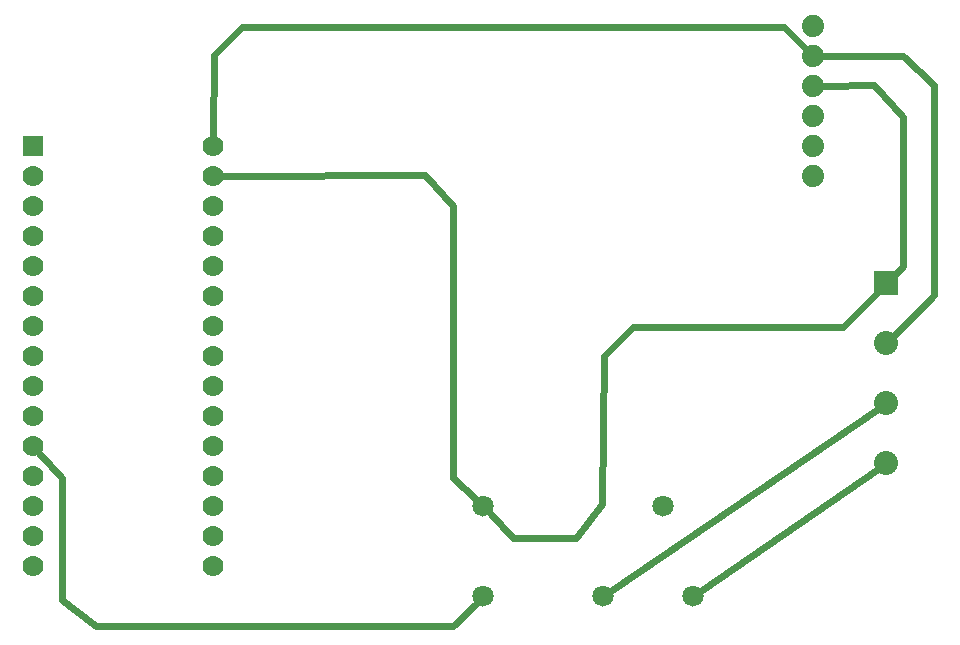
<source format=gbl>
G04 MADE WITH FRITZING*
G04 WWW.FRITZING.ORG*
G04 DOUBLE SIDED*
G04 HOLES PLATED*
G04 CONTOUR ON CENTER OF CONTOUR VECTOR*
%ASAXBY*%
%FSLAX23Y23*%
%MOIN*%
%OFA0B0*%
%SFA1.0B1.0*%
%ADD10C,0.070000*%
%ADD11C,0.074000*%
%ADD12C,0.071181*%
%ADD13C,0.080000*%
%ADD14R,0.069972X0.070000*%
%ADD15R,0.080000X0.080000*%
%ADD16C,0.024000*%
%LNCOPPER0*%
G90*
G70*
G54D10*
X111Y1678D03*
X111Y1578D03*
X111Y1478D03*
X111Y1378D03*
X111Y1278D03*
X111Y1178D03*
X111Y1078D03*
X111Y978D03*
X111Y878D03*
X111Y778D03*
X111Y678D03*
X111Y578D03*
X111Y478D03*
X111Y378D03*
X111Y278D03*
X711Y1678D03*
X711Y1578D03*
X711Y1478D03*
X711Y1378D03*
X711Y1278D03*
X711Y1178D03*
X711Y1078D03*
X711Y978D03*
X711Y878D03*
X711Y778D03*
X711Y678D03*
X711Y578D03*
X711Y478D03*
X711Y378D03*
X711Y278D03*
G54D11*
X2711Y2078D03*
X2711Y1978D03*
X2711Y1878D03*
X2711Y1778D03*
X2711Y1678D03*
X2711Y1578D03*
G54D12*
X2211Y478D03*
X1611Y478D03*
X1611Y178D03*
X2311Y178D03*
X2011Y178D03*
G54D13*
X2954Y1021D03*
X2954Y821D03*
X2954Y621D03*
X2954Y1221D03*
G54D14*
X111Y1678D03*
G54D15*
X2954Y1221D03*
G54D16*
X2912Y1881D02*
X2742Y1878D01*
D02*
X3009Y1777D02*
X2912Y1881D01*
D02*
X3009Y1278D02*
X3009Y1777D01*
D02*
X2976Y1243D02*
X3009Y1278D01*
D02*
X3009Y1978D02*
X2742Y1978D01*
D02*
X3113Y1881D02*
X3009Y1978D01*
D02*
X3113Y1181D02*
X3113Y1881D01*
D02*
X2976Y1043D02*
X3113Y1181D01*
D02*
X807Y2077D02*
X2614Y2077D01*
D02*
X2614Y2077D02*
X2689Y2000D01*
D02*
X712Y1981D02*
X807Y2077D01*
D02*
X711Y1707D02*
X712Y1981D01*
D02*
X1511Y1478D02*
X1511Y574D01*
D02*
X1511Y574D02*
X1585Y503D01*
D02*
X1415Y1582D02*
X1511Y1478D01*
D02*
X740Y1578D02*
X1415Y1582D01*
D02*
X208Y574D02*
X131Y657D01*
D02*
X208Y166D02*
X208Y574D01*
D02*
X1511Y79D02*
X321Y79D01*
D02*
X321Y79D02*
X208Y166D01*
D02*
X1585Y152D02*
X1511Y79D01*
D02*
X2012Y980D02*
X2006Y487D01*
D02*
X1919Y374D02*
X1710Y374D01*
D02*
X2109Y1077D02*
X2012Y980D01*
D02*
X2006Y487D02*
X1919Y374D01*
D02*
X1710Y374D02*
X1637Y451D01*
D02*
X2809Y1077D02*
X2109Y1077D01*
D02*
X2932Y1199D02*
X2809Y1077D01*
D02*
X2928Y803D02*
X2041Y198D01*
D02*
X2928Y603D02*
X2341Y199D01*
G04 End of Copper0*
M02*
</source>
